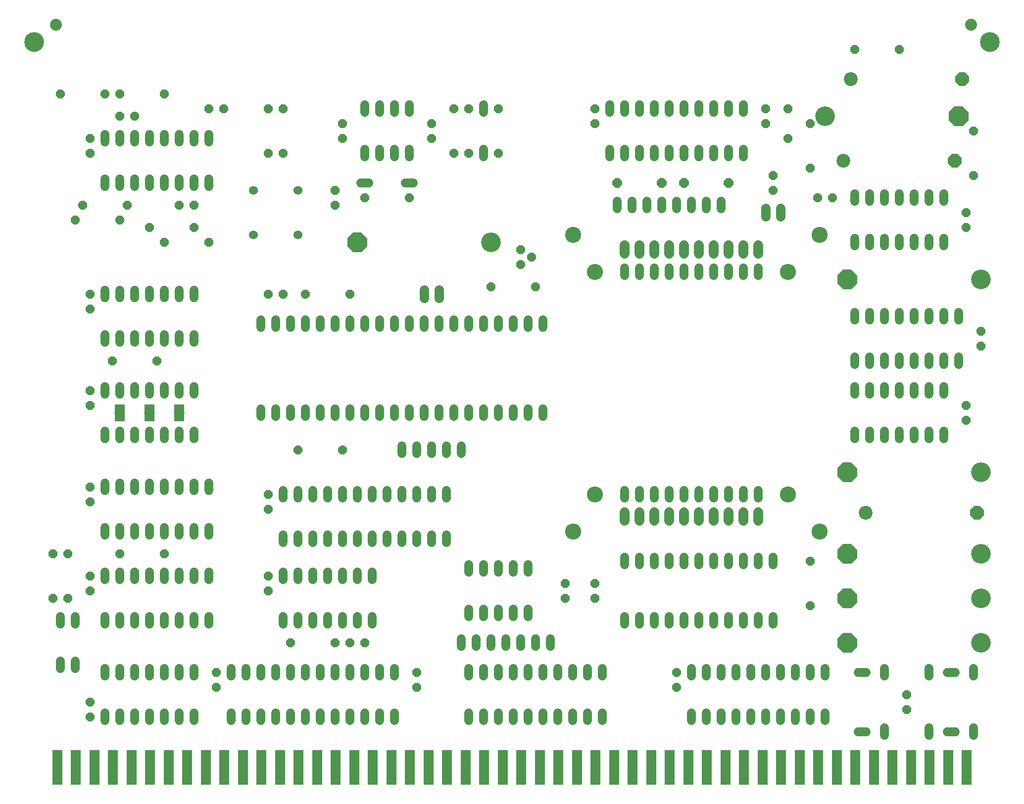
<source format=gbs>
G04 EAGLE Gerber RS-274X export*
G75*
%MOMM*%
%FSLAX34Y34*%
%LPD*%
%INSoldermask Bottom*%
%IPPOS*%
%AMOC8*
5,1,8,0,0,1.08239X$1,22.5*%
G01*
%ADD10C,1.524000*%
%ADD11P,1.649562X8X112.500000*%
%ADD12P,1.649562X8X292.500000*%
%ADD13P,1.649562X8X22.500000*%
%ADD14C,2.743200*%
%ADD15C,1.625600*%
%ADD16P,1.759533X8X22.500000*%
%ADD17P,1.759533X8X202.500000*%
%ADD18P,1.649562X8X202.500000*%
%ADD19C,3.352800*%
%ADD20P,3.629037X8X202.500000*%
%ADD21C,1.524000*%
%ADD22P,3.629037X8X22.500000*%
%ADD23C,1.651000*%
%ADD24R,1.727200X6.045200*%
%ADD25C,3.378200*%
%ADD26C,2.032000*%
%ADD27C,2.362200*%
%ADD28P,2.556822X8X22.500000*%
%ADD29R,1.803400X1.371600*%
%ADD30R,1.828800X0.152400*%


D10*
X-1536700Y6096D02*
X-1536700Y19304D01*
X-1511300Y19304D02*
X-1511300Y6096D01*
X-1384300Y6096D02*
X-1384300Y19304D01*
X-1358900Y19304D02*
X-1358900Y6096D01*
X-1485900Y6096D02*
X-1485900Y19304D01*
X-1460500Y19304D02*
X-1460500Y6096D01*
X-1409700Y6096D02*
X-1409700Y19304D01*
X-1435100Y19304D02*
X-1435100Y6096D01*
X-1333500Y6096D02*
X-1333500Y19304D01*
X-1308100Y19304D02*
X-1308100Y6096D01*
X-1282700Y6096D02*
X-1282700Y19304D01*
X-1257300Y19304D02*
X-1257300Y6096D01*
X-1231900Y6096D02*
X-1231900Y19304D01*
X-1206500Y19304D02*
X-1206500Y6096D01*
X-1181100Y6096D02*
X-1181100Y19304D01*
X-1155700Y19304D02*
X-1155700Y6096D01*
X-1130300Y6096D02*
X-1130300Y19304D01*
X-1104900Y19304D02*
X-1104900Y6096D01*
X-1079500Y6096D02*
X-1079500Y19304D01*
X-1054100Y19304D02*
X-1054100Y6096D01*
X-1054100Y158496D02*
X-1054100Y171704D01*
X-1079500Y171704D02*
X-1079500Y158496D01*
X-1104900Y158496D02*
X-1104900Y171704D01*
X-1130300Y171704D02*
X-1130300Y158496D01*
X-1155700Y158496D02*
X-1155700Y171704D01*
X-1181100Y171704D02*
X-1181100Y158496D01*
X-1206500Y158496D02*
X-1206500Y171704D01*
X-1231900Y171704D02*
X-1231900Y158496D01*
X-1257300Y158496D02*
X-1257300Y171704D01*
X-1282700Y171704D02*
X-1282700Y158496D01*
X-1308100Y158496D02*
X-1308100Y171704D01*
X-1333500Y171704D02*
X-1333500Y158496D01*
X-1358900Y158496D02*
X-1358900Y171704D01*
X-1384300Y171704D02*
X-1384300Y158496D01*
X-1409700Y158496D02*
X-1409700Y171704D01*
X-1435100Y171704D02*
X-1435100Y158496D01*
X-1460500Y158496D02*
X-1460500Y171704D01*
X-1485900Y171704D02*
X-1485900Y158496D01*
X-1511300Y158496D02*
X-1511300Y171704D01*
X-1536700Y171704D02*
X-1536700Y158496D01*
X-914400Y-336296D02*
X-914400Y-349504D01*
X-889000Y-349504D02*
X-889000Y-336296D01*
X-863600Y-336296D02*
X-863600Y-349504D01*
X-838200Y-349504D02*
X-838200Y-336296D01*
X-812800Y-336296D02*
X-812800Y-349504D01*
X-787400Y-349504D02*
X-787400Y-336296D01*
X-762000Y-336296D02*
X-762000Y-349504D01*
X-736600Y-349504D02*
X-736600Y-336296D01*
X-711200Y-336296D02*
X-711200Y-349504D01*
X-685800Y-349504D02*
X-685800Y-336296D01*
X-660400Y-336296D02*
X-660400Y-349504D01*
X-660400Y-247904D02*
X-660400Y-234696D01*
X-685800Y-234696D02*
X-685800Y-247904D01*
X-711200Y-247904D02*
X-711200Y-234696D01*
X-736600Y-234696D02*
X-736600Y-247904D01*
X-762000Y-247904D02*
X-762000Y-234696D01*
X-787400Y-234696D02*
X-787400Y-247904D01*
X-812800Y-247904D02*
X-812800Y-234696D01*
X-838200Y-234696D02*
X-838200Y-247904D01*
X-863600Y-247904D02*
X-863600Y-234696D01*
X-889000Y-234696D02*
X-889000Y-247904D01*
X-914400Y-247904D02*
X-914400Y-234696D01*
X-939800Y450596D02*
X-939800Y463804D01*
X-914400Y463804D02*
X-914400Y450596D01*
X-787400Y450596D02*
X-787400Y463804D01*
X-762000Y463804D02*
X-762000Y450596D01*
X-889000Y450596D02*
X-889000Y463804D01*
X-863600Y463804D02*
X-863600Y450596D01*
X-812800Y450596D02*
X-812800Y463804D01*
X-838200Y463804D02*
X-838200Y450596D01*
X-736600Y450596D02*
X-736600Y463804D01*
X-711200Y463804D02*
X-711200Y450596D01*
X-711200Y526796D02*
X-711200Y540004D01*
X-736600Y540004D02*
X-736600Y526796D01*
X-762000Y526796D02*
X-762000Y540004D01*
X-787400Y540004D02*
X-787400Y526796D01*
X-812800Y526796D02*
X-812800Y540004D01*
X-838200Y540004D02*
X-838200Y526796D01*
X-863600Y526796D02*
X-863600Y540004D01*
X-889000Y540004D02*
X-889000Y526796D01*
X-914400Y526796D02*
X-914400Y540004D01*
X-939800Y540004D02*
X-939800Y526796D01*
D11*
X-1016000Y-304800D03*
X-1016000Y-279400D03*
D12*
X-635000Y533400D03*
X-635000Y482600D03*
D13*
X-520700Y635000D03*
X-444500Y635000D03*
D10*
X-914400Y-120396D02*
X-914400Y-133604D01*
X-889000Y-133604D02*
X-889000Y-120396D01*
X-762000Y-120396D02*
X-762000Y-133604D01*
X-736600Y-133604D02*
X-736600Y-120396D01*
X-863600Y-120396D02*
X-863600Y-133604D01*
X-838200Y-133604D02*
X-838200Y-120396D01*
X-787400Y-120396D02*
X-787400Y-133604D01*
X-812800Y-133604D02*
X-812800Y-120396D01*
X-711200Y-120396D02*
X-711200Y-133604D01*
X-685800Y-133604D02*
X-685800Y-120396D01*
X-685800Y247396D02*
X-685800Y260604D01*
X-711200Y260604D02*
X-711200Y247396D01*
X-736600Y247396D02*
X-736600Y260604D01*
X-762000Y260604D02*
X-762000Y247396D01*
X-787400Y247396D02*
X-787400Y260604D01*
X-812800Y260604D02*
X-812800Y247396D01*
X-838200Y247396D02*
X-838200Y260604D01*
X-863600Y260604D02*
X-863600Y247396D01*
X-889000Y247396D02*
X-889000Y260604D01*
X-914400Y260604D02*
X-914400Y247396D01*
D14*
X-965200Y254000D03*
X-635000Y254000D03*
X-965200Y-127000D03*
X-635000Y-127000D03*
D15*
X-673100Y348488D02*
X-673100Y362712D01*
X-647700Y362712D02*
X-647700Y348488D01*
D11*
X-596900Y-317500D03*
X-596900Y-241300D03*
D16*
X-927100Y406400D03*
X-850900Y406400D03*
D17*
X-736600Y406400D03*
X-812800Y406400D03*
D12*
X-660400Y419100D03*
X-660400Y393700D03*
D11*
X-596900Y431800D03*
X-596900Y508000D03*
X-317500Y419100D03*
X-317500Y495300D03*
D10*
X-927100Y374904D02*
X-927100Y361696D01*
X-901700Y361696D02*
X-901700Y374904D01*
X-876300Y374904D02*
X-876300Y361696D01*
X-850900Y361696D02*
X-850900Y374904D01*
X-825500Y374904D02*
X-825500Y361696D01*
X-800100Y361696D02*
X-800100Y374904D01*
X-774700Y374904D02*
X-774700Y361696D01*
X-749300Y361696D02*
X-749300Y374904D01*
X-520700Y108204D02*
X-520700Y94996D01*
X-495300Y94996D02*
X-495300Y108204D01*
X-368300Y108204D02*
X-368300Y94996D01*
X-342900Y94996D02*
X-342900Y108204D01*
X-469900Y108204D02*
X-469900Y94996D01*
X-444500Y94996D02*
X-444500Y108204D01*
X-393700Y108204D02*
X-393700Y94996D01*
X-419100Y94996D02*
X-419100Y108204D01*
X-342900Y171196D02*
X-342900Y184404D01*
X-368300Y184404D02*
X-368300Y171196D01*
X-393700Y171196D02*
X-393700Y184404D01*
X-419100Y184404D02*
X-419100Y171196D01*
X-444500Y171196D02*
X-444500Y184404D01*
X-469900Y184404D02*
X-469900Y171196D01*
X-495300Y171196D02*
X-495300Y184404D01*
X-520700Y184404D02*
X-520700Y171196D01*
X-520700Y-18796D02*
X-520700Y-32004D01*
X-495300Y-32004D02*
X-495300Y-18796D01*
X-368300Y-18796D02*
X-368300Y-32004D01*
X-368300Y44196D02*
X-368300Y57404D01*
X-469900Y-18796D02*
X-469900Y-32004D01*
X-444500Y-32004D02*
X-444500Y-18796D01*
X-393700Y-18796D02*
X-393700Y-32004D01*
X-419100Y-32004D02*
X-419100Y-18796D01*
X-393700Y44196D02*
X-393700Y57404D01*
X-419100Y57404D02*
X-419100Y44196D01*
X-444500Y44196D02*
X-444500Y57404D01*
X-469900Y57404D02*
X-469900Y44196D01*
X-495300Y44196D02*
X-495300Y57404D01*
X-520700Y57404D02*
X-520700Y44196D01*
X-520700Y298196D02*
X-520700Y311404D01*
X-495300Y311404D02*
X-495300Y298196D01*
X-368300Y298196D02*
X-368300Y311404D01*
X-368300Y374396D02*
X-368300Y387604D01*
X-469900Y311404D02*
X-469900Y298196D01*
X-444500Y298196D02*
X-444500Y311404D01*
X-393700Y311404D02*
X-393700Y298196D01*
X-419100Y298196D02*
X-419100Y311404D01*
X-393700Y374396D02*
X-393700Y387604D01*
X-419100Y387604D02*
X-419100Y374396D01*
X-444500Y374396D02*
X-444500Y387604D01*
X-469900Y387604D02*
X-469900Y374396D01*
X-495300Y374396D02*
X-495300Y387604D01*
X-520700Y387604D02*
X-520700Y374396D01*
D18*
X-1066800Y228600D03*
X-1143000Y228600D03*
D10*
X-1358900Y450596D02*
X-1358900Y463804D01*
X-1333500Y463804D02*
X-1333500Y450596D01*
X-1308100Y450596D02*
X-1308100Y463804D01*
X-1282700Y463804D02*
X-1282700Y450596D01*
X-1282700Y526796D02*
X-1282700Y540004D01*
X-1308100Y540004D02*
X-1308100Y526796D01*
X-1333500Y526796D02*
X-1333500Y540004D01*
X-1358900Y540004D02*
X-1358900Y526796D01*
D12*
X-1181100Y533400D03*
X-1181100Y457200D03*
X-1206500Y533400D03*
X-1206500Y457200D03*
D10*
X-1155700Y450596D02*
X-1155700Y463804D01*
X-1155700Y526796D02*
X-1155700Y540004D01*
D18*
X-1282700Y381000D03*
X-1358900Y381000D03*
D10*
X-1289304Y406400D02*
X-1276096Y406400D01*
X-1352296Y406400D02*
X-1365504Y406400D01*
D12*
X-1130300Y533400D03*
X-1130300Y457200D03*
D11*
X-1244600Y482600D03*
X-1244600Y508000D03*
D12*
X-1409700Y393700D03*
X-1409700Y368300D03*
D18*
X-1397000Y-50800D03*
X-1473200Y-50800D03*
D12*
X-1092200Y266700D03*
X-1073150Y279400D03*
X-1092200Y292100D03*
X-673100Y533400D03*
X-673100Y508000D03*
D19*
X-304800Y-228600D03*
D20*
X-533400Y-228600D03*
D18*
X-558800Y381000D03*
X-584200Y381000D03*
D12*
X-304800Y152400D03*
X-304800Y127000D03*
D21*
X-1549400Y393700D03*
X-1549400Y317500D03*
X-1473200Y317500D03*
X-1473200Y393700D03*
D18*
X-1498600Y457200D03*
X-1524000Y457200D03*
D13*
X-1524000Y215900D03*
X-1498600Y215900D03*
D12*
X-1397000Y508000D03*
X-1397000Y482600D03*
X-965200Y533400D03*
X-965200Y508000D03*
D19*
X-1143000Y304800D03*
D20*
X-1371600Y304800D03*
D19*
X-304800Y-381000D03*
D20*
X-533400Y-381000D03*
D19*
X-571500Y520700D03*
D22*
X-342900Y520700D03*
D19*
X-304800Y241300D03*
D20*
X-533400Y241300D03*
D19*
X-304800Y-88900D03*
D20*
X-533400Y-88900D03*
D11*
X-330200Y0D03*
X-330200Y25400D03*
X-330200Y330200D03*
X-330200Y355600D03*
D19*
X-304800Y-304800D03*
D20*
X-533400Y-304800D03*
D12*
X-965200Y-279400D03*
X-965200Y-304800D03*
D15*
X-1257300Y208788D02*
X-1257300Y223012D01*
X-1231900Y223012D02*
X-1231900Y208788D01*
D18*
X-1384300Y215900D03*
X-1460500Y215900D03*
D23*
X-914400Y-157861D02*
X-914400Y-172339D01*
X-889000Y-172339D02*
X-889000Y-157861D01*
X-762000Y-157861D02*
X-762000Y-172339D01*
X-736600Y-172339D02*
X-736600Y-157861D01*
X-863600Y-157861D02*
X-863600Y-172339D01*
X-838200Y-172339D02*
X-838200Y-157861D01*
X-787400Y-157861D02*
X-787400Y-172339D01*
X-812800Y-172339D02*
X-812800Y-157861D01*
X-711200Y-157861D02*
X-711200Y-172339D01*
X-685800Y-172339D02*
X-685800Y-157861D01*
X-685800Y284861D02*
X-685800Y299339D01*
X-711200Y299339D02*
X-711200Y284861D01*
X-736600Y284861D02*
X-736600Y299339D01*
X-762000Y299339D02*
X-762000Y284861D01*
X-787400Y284861D02*
X-787400Y299339D01*
X-812800Y299339D02*
X-812800Y284861D01*
X-838200Y284861D02*
X-838200Y299339D01*
X-863600Y299339D02*
X-863600Y284861D01*
X-889000Y284861D02*
X-889000Y299339D01*
X-914400Y299339D02*
X-914400Y284861D01*
D14*
X-1002030Y317500D03*
X-580390Y317500D03*
X-1002030Y-190500D03*
X-580390Y-190500D03*
D11*
X-431800Y-495300D03*
X-431800Y-469900D03*
D10*
X-393700Y-438404D02*
X-393700Y-425196D01*
X-393700Y-526796D02*
X-393700Y-540004D01*
X-469900Y-438404D02*
X-469900Y-425196D01*
X-469900Y-526796D02*
X-469900Y-540004D01*
X-317500Y-540004D02*
X-317500Y-526796D01*
X-317500Y-438404D02*
X-317500Y-425196D01*
D24*
X-1122680Y-594360D03*
X-1154430Y-594360D03*
X-1186180Y-594360D03*
X-1217930Y-594360D03*
X-1249680Y-594360D03*
X-1281430Y-594360D03*
X-1313180Y-594360D03*
X-1344930Y-594360D03*
X-1376680Y-594360D03*
X-1408430Y-594360D03*
X-1440180Y-594360D03*
X-1471930Y-594360D03*
X-1503680Y-594360D03*
X-1535430Y-594360D03*
X-1567180Y-594360D03*
X-1598930Y-594360D03*
X-1630680Y-594360D03*
X-1662430Y-594360D03*
X-1694180Y-594360D03*
X-1725930Y-594360D03*
X-1757680Y-594360D03*
X-1789430Y-594360D03*
X-1821180Y-594360D03*
X-1852930Y-594360D03*
X-1884680Y-594360D03*
X-1090930Y-594360D03*
X-1059180Y-594360D03*
X-1027430Y-594360D03*
X-995680Y-594360D03*
X-963930Y-594360D03*
X-932180Y-594360D03*
X-900430Y-594360D03*
X-868680Y-594360D03*
X-836930Y-594360D03*
X-805180Y-594360D03*
X-773430Y-594360D03*
X-741680Y-594360D03*
X-709930Y-594360D03*
X-678180Y-594360D03*
X-646430Y-594360D03*
X-614680Y-594360D03*
X-582930Y-594360D03*
X-551180Y-594360D03*
X-519430Y-594360D03*
X-487680Y-594360D03*
X-455930Y-594360D03*
X-424180Y-594360D03*
X-392430Y-594360D03*
X-360680Y-594360D03*
X-328930Y-594360D03*
D25*
X-1924050Y647700D03*
X-289560Y647700D03*
D26*
X-1887220Y676910D03*
X-321310Y676910D03*
D10*
X-501396Y-533400D02*
X-514604Y-533400D01*
X-514604Y-431800D02*
X-501396Y-431800D01*
X-362204Y-533400D02*
X-348996Y-533400D01*
X-348996Y-431800D02*
X-362204Y-431800D01*
X-1181100Y-501396D02*
X-1181100Y-514604D01*
X-1155700Y-514604D02*
X-1155700Y-501396D01*
X-1028700Y-501396D02*
X-1028700Y-514604D01*
X-1003300Y-514604D02*
X-1003300Y-501396D01*
X-1130300Y-501396D02*
X-1130300Y-514604D01*
X-1104900Y-514604D02*
X-1104900Y-501396D01*
X-1054100Y-501396D02*
X-1054100Y-514604D01*
X-1079500Y-514604D02*
X-1079500Y-501396D01*
X-977900Y-501396D02*
X-977900Y-514604D01*
X-952500Y-514604D02*
X-952500Y-501396D01*
X-952500Y-438404D02*
X-952500Y-425196D01*
X-977900Y-425196D02*
X-977900Y-438404D01*
X-1003300Y-438404D02*
X-1003300Y-425196D01*
X-1028700Y-425196D02*
X-1028700Y-438404D01*
X-1054100Y-438404D02*
X-1054100Y-425196D01*
X-1079500Y-425196D02*
X-1079500Y-438404D01*
X-1104900Y-438404D02*
X-1104900Y-425196D01*
X-1130300Y-425196D02*
X-1130300Y-438404D01*
X-1155700Y-438404D02*
X-1155700Y-425196D01*
X-1181100Y-425196D02*
X-1181100Y-438404D01*
X-1193800Y-387604D02*
X-1193800Y-374396D01*
X-1168400Y-374396D02*
X-1168400Y-387604D01*
X-1143000Y-387604D02*
X-1143000Y-374396D01*
X-1117600Y-374396D02*
X-1117600Y-387604D01*
X-1092200Y-387604D02*
X-1092200Y-374396D01*
X-1066800Y-374396D02*
X-1066800Y-387604D01*
X-1041400Y-387604D02*
X-1041400Y-374396D01*
X-1498600Y-209804D02*
X-1498600Y-196596D01*
X-1473200Y-196596D02*
X-1473200Y-209804D01*
X-1447800Y-209804D02*
X-1447800Y-196596D01*
X-1422400Y-196596D02*
X-1422400Y-209804D01*
X-1397000Y-209804D02*
X-1397000Y-196596D01*
X-1371600Y-196596D02*
X-1371600Y-209804D01*
X-1346200Y-209804D02*
X-1346200Y-196596D01*
X-1320800Y-196596D02*
X-1320800Y-209804D01*
X-1295400Y-209804D02*
X-1295400Y-196596D01*
X-1270000Y-196596D02*
X-1270000Y-209804D01*
X-1244600Y-209804D02*
X-1244600Y-196596D01*
X-1219200Y-196596D02*
X-1219200Y-209804D01*
X-1219200Y-133604D02*
X-1219200Y-120396D01*
X-1244600Y-120396D02*
X-1244600Y-133604D01*
X-1270000Y-133604D02*
X-1270000Y-120396D01*
X-1295400Y-120396D02*
X-1295400Y-133604D01*
X-1320800Y-133604D02*
X-1320800Y-120396D01*
X-1346200Y-120396D02*
X-1346200Y-133604D01*
X-1371600Y-133604D02*
X-1371600Y-120396D01*
X-1397000Y-120396D02*
X-1397000Y-133604D01*
X-1422400Y-133604D02*
X-1422400Y-120396D01*
X-1447800Y-120396D02*
X-1447800Y-133604D01*
X-1473200Y-133604D02*
X-1473200Y-120396D01*
X-1498600Y-120396D02*
X-1498600Y-133604D01*
X-1587500Y-501396D02*
X-1587500Y-514604D01*
X-1562100Y-514604D02*
X-1562100Y-501396D01*
X-1536700Y-501396D02*
X-1536700Y-514604D01*
X-1511300Y-514604D02*
X-1511300Y-501396D01*
X-1485900Y-501396D02*
X-1485900Y-514604D01*
X-1460500Y-514604D02*
X-1460500Y-501396D01*
X-1435100Y-501396D02*
X-1435100Y-514604D01*
X-1409700Y-514604D02*
X-1409700Y-501396D01*
X-1384300Y-501396D02*
X-1384300Y-514604D01*
X-1358900Y-514604D02*
X-1358900Y-501396D01*
X-1333500Y-501396D02*
X-1333500Y-514604D01*
X-1308100Y-514604D02*
X-1308100Y-501396D01*
X-1308100Y-438404D02*
X-1308100Y-425196D01*
X-1333500Y-425196D02*
X-1333500Y-438404D01*
X-1358900Y-438404D02*
X-1358900Y-425196D01*
X-1384300Y-425196D02*
X-1384300Y-438404D01*
X-1409700Y-438404D02*
X-1409700Y-425196D01*
X-1435100Y-425196D02*
X-1435100Y-438404D01*
X-1460500Y-438404D02*
X-1460500Y-425196D01*
X-1485900Y-425196D02*
X-1485900Y-438404D01*
X-1511300Y-438404D02*
X-1511300Y-425196D01*
X-1536700Y-425196D02*
X-1536700Y-438404D01*
X-1562100Y-438404D02*
X-1562100Y-425196D01*
X-1587500Y-425196D02*
X-1587500Y-438404D01*
X-1803400Y-501396D02*
X-1803400Y-514604D01*
X-1778000Y-514604D02*
X-1778000Y-501396D01*
X-1651000Y-501396D02*
X-1651000Y-514604D01*
X-1651000Y-438404D02*
X-1651000Y-425196D01*
X-1752600Y-501396D02*
X-1752600Y-514604D01*
X-1727200Y-514604D02*
X-1727200Y-501396D01*
X-1676400Y-501396D02*
X-1676400Y-514604D01*
X-1701800Y-514604D02*
X-1701800Y-501396D01*
X-1676400Y-438404D02*
X-1676400Y-425196D01*
X-1701800Y-425196D02*
X-1701800Y-438404D01*
X-1727200Y-438404D02*
X-1727200Y-425196D01*
X-1752600Y-425196D02*
X-1752600Y-438404D01*
X-1778000Y-438404D02*
X-1778000Y-425196D01*
X-1803400Y-425196D02*
X-1803400Y-438404D01*
X-800100Y-501396D02*
X-800100Y-514604D01*
X-774700Y-514604D02*
X-774700Y-501396D01*
X-647700Y-501396D02*
X-647700Y-514604D01*
X-622300Y-514604D02*
X-622300Y-501396D01*
X-749300Y-501396D02*
X-749300Y-514604D01*
X-723900Y-514604D02*
X-723900Y-501396D01*
X-673100Y-501396D02*
X-673100Y-514604D01*
X-698500Y-514604D02*
X-698500Y-501396D01*
X-596900Y-501396D02*
X-596900Y-514604D01*
X-571500Y-514604D02*
X-571500Y-501396D01*
X-571500Y-438404D02*
X-571500Y-425196D01*
X-596900Y-425196D02*
X-596900Y-438404D01*
X-622300Y-438404D02*
X-622300Y-425196D01*
X-647700Y-425196D02*
X-647700Y-438404D01*
X-673100Y-438404D02*
X-673100Y-425196D01*
X-698500Y-425196D02*
X-698500Y-438404D01*
X-723900Y-438404D02*
X-723900Y-425196D01*
X-749300Y-425196D02*
X-749300Y-438404D01*
X-774700Y-438404D02*
X-774700Y-425196D01*
X-800100Y-425196D02*
X-800100Y-438404D01*
X-1803400Y-197104D02*
X-1803400Y-183896D01*
X-1778000Y-183896D02*
X-1778000Y-197104D01*
X-1651000Y-197104D02*
X-1651000Y-183896D01*
X-1625600Y-183896D02*
X-1625600Y-197104D01*
X-1752600Y-197104D02*
X-1752600Y-183896D01*
X-1727200Y-183896D02*
X-1727200Y-197104D01*
X-1676400Y-197104D02*
X-1676400Y-183896D01*
X-1701800Y-183896D02*
X-1701800Y-197104D01*
X-1625600Y-120904D02*
X-1625600Y-107696D01*
X-1651000Y-107696D02*
X-1651000Y-120904D01*
X-1676400Y-120904D02*
X-1676400Y-107696D01*
X-1701800Y-107696D02*
X-1701800Y-120904D01*
X-1727200Y-120904D02*
X-1727200Y-107696D01*
X-1752600Y-107696D02*
X-1752600Y-120904D01*
X-1778000Y-120904D02*
X-1778000Y-107696D01*
X-1803400Y-107696D02*
X-1803400Y-120904D01*
D18*
X-1701800Y-228600D03*
X-1778000Y-228600D03*
D10*
X-1803400Y-32004D02*
X-1803400Y-18796D01*
X-1778000Y-18796D02*
X-1778000Y-32004D01*
X-1651000Y-32004D02*
X-1651000Y-18796D01*
X-1651000Y44196D02*
X-1651000Y57404D01*
X-1752600Y-18796D02*
X-1752600Y-32004D01*
X-1727200Y-32004D02*
X-1727200Y-18796D01*
X-1676400Y-18796D02*
X-1676400Y-32004D01*
X-1701800Y-32004D02*
X-1701800Y-18796D01*
X-1676400Y44196D02*
X-1676400Y57404D01*
X-1701800Y57404D02*
X-1701800Y44196D01*
X-1727200Y44196D02*
X-1727200Y57404D01*
X-1752600Y57404D02*
X-1752600Y44196D01*
X-1778000Y44196D02*
X-1778000Y57404D01*
X-1803400Y57404D02*
X-1803400Y44196D01*
X-1803400Y133096D02*
X-1803400Y146304D01*
X-1778000Y146304D02*
X-1778000Y133096D01*
X-1651000Y133096D02*
X-1651000Y146304D01*
X-1651000Y209296D02*
X-1651000Y222504D01*
X-1752600Y146304D02*
X-1752600Y133096D01*
X-1727200Y133096D02*
X-1727200Y146304D01*
X-1676400Y146304D02*
X-1676400Y133096D01*
X-1701800Y133096D02*
X-1701800Y146304D01*
X-1676400Y209296D02*
X-1676400Y222504D01*
X-1701800Y222504D02*
X-1701800Y209296D01*
X-1727200Y209296D02*
X-1727200Y222504D01*
X-1752600Y222504D02*
X-1752600Y209296D01*
X-1778000Y209296D02*
X-1778000Y222504D01*
X-1803400Y222504D02*
X-1803400Y209296D01*
D18*
X-1714500Y101600D03*
X-1790700Y101600D03*
D10*
X-1803400Y-336296D02*
X-1803400Y-349504D01*
X-1778000Y-349504D02*
X-1778000Y-336296D01*
X-1651000Y-336296D02*
X-1651000Y-349504D01*
X-1625600Y-349504D02*
X-1625600Y-336296D01*
X-1752600Y-336296D02*
X-1752600Y-349504D01*
X-1727200Y-349504D02*
X-1727200Y-336296D01*
X-1676400Y-336296D02*
X-1676400Y-349504D01*
X-1701800Y-349504D02*
X-1701800Y-336296D01*
X-1625600Y-273304D02*
X-1625600Y-260096D01*
X-1651000Y-260096D02*
X-1651000Y-273304D01*
X-1676400Y-273304D02*
X-1676400Y-260096D01*
X-1701800Y-260096D02*
X-1701800Y-273304D01*
X-1727200Y-273304D02*
X-1727200Y-260096D01*
X-1752600Y-260096D02*
X-1752600Y-273304D01*
X-1778000Y-273304D02*
X-1778000Y-260096D01*
X-1803400Y-260096D02*
X-1803400Y-273304D01*
X-1879600Y-412496D02*
X-1879600Y-425704D01*
X-1854200Y-425704D02*
X-1854200Y-412496D01*
X-1854200Y-349504D02*
X-1854200Y-336296D01*
X-1879600Y-336296D02*
X-1879600Y-349504D01*
D12*
X-1866900Y-228600D03*
X-1866900Y-304800D03*
X-1892300Y-228600D03*
X-1892300Y-304800D03*
D10*
X-1498600Y-336296D02*
X-1498600Y-349504D01*
X-1473200Y-349504D02*
X-1473200Y-336296D01*
X-1346200Y-336296D02*
X-1346200Y-349504D01*
X-1346200Y-273304D02*
X-1346200Y-260096D01*
X-1447800Y-336296D02*
X-1447800Y-349504D01*
X-1422400Y-349504D02*
X-1422400Y-336296D01*
X-1371600Y-336296D02*
X-1371600Y-349504D01*
X-1397000Y-349504D02*
X-1397000Y-336296D01*
X-1371600Y-273304D02*
X-1371600Y-260096D01*
X-1397000Y-260096D02*
X-1397000Y-273304D01*
X-1422400Y-273304D02*
X-1422400Y-260096D01*
X-1447800Y-260096D02*
X-1447800Y-273304D01*
X-1473200Y-273304D02*
X-1473200Y-260096D01*
X-1498600Y-260096D02*
X-1498600Y-273304D01*
D13*
X-1485900Y-381000D03*
X-1409700Y-381000D03*
X-1384300Y-381000D03*
X-1358900Y-381000D03*
D10*
X-1295400Y-57404D02*
X-1295400Y-44196D01*
X-1270000Y-44196D02*
X-1270000Y-57404D01*
X-1244600Y-57404D02*
X-1244600Y-44196D01*
X-1219200Y-44196D02*
X-1219200Y-57404D01*
X-1193800Y-57404D02*
X-1193800Y-44196D01*
D12*
X-1828800Y-482600D03*
X-1828800Y-508000D03*
X-1828800Y-266700D03*
X-1828800Y-292100D03*
X-1828800Y-114300D03*
X-1828800Y-139700D03*
X-1828800Y50800D03*
X-1828800Y25400D03*
X-1828800Y215900D03*
X-1828800Y190500D03*
X-1828800Y482600D03*
X-1828800Y457200D03*
X-1524000Y-127000D03*
X-1524000Y-152400D03*
X-1612900Y-431800D03*
X-1612900Y-457200D03*
X-1524000Y-266700D03*
X-1524000Y-292100D03*
X-1270000Y-431800D03*
X-1270000Y-457200D03*
X-825500Y-431800D03*
X-825500Y-457200D03*
D27*
X-527050Y584200D03*
D28*
X-336550Y584200D03*
D27*
X-539750Y444500D03*
D28*
X-349250Y444500D03*
D27*
X-501650Y-158750D03*
D28*
X-311150Y-158750D03*
D29*
X-1676400Y5080D03*
X-1676400Y20320D03*
D30*
X-1676400Y12700D03*
D29*
X-1727200Y5080D03*
X-1727200Y20320D03*
D30*
X-1727200Y12700D03*
D29*
X-1778000Y5080D03*
X-1778000Y20320D03*
D30*
X-1778000Y12700D03*
D18*
X-1498600Y533400D03*
X-1524000Y533400D03*
X-1600200Y533400D03*
X-1625600Y533400D03*
D10*
X-1803400Y413004D02*
X-1803400Y399796D01*
X-1778000Y399796D02*
X-1778000Y413004D01*
X-1651000Y413004D02*
X-1651000Y399796D01*
X-1625600Y399796D02*
X-1625600Y413004D01*
X-1752600Y413004D02*
X-1752600Y399796D01*
X-1727200Y399796D02*
X-1727200Y413004D01*
X-1676400Y413004D02*
X-1676400Y399796D01*
X-1701800Y399796D02*
X-1701800Y413004D01*
X-1625600Y475996D02*
X-1625600Y489204D01*
X-1651000Y489204D02*
X-1651000Y475996D01*
X-1676400Y475996D02*
X-1676400Y489204D01*
X-1701800Y489204D02*
X-1701800Y475996D01*
X-1727200Y475996D02*
X-1727200Y489204D01*
X-1752600Y489204D02*
X-1752600Y475996D01*
X-1778000Y475996D02*
X-1778000Y489204D01*
X-1803400Y489204D02*
X-1803400Y475996D01*
D18*
X-1778000Y342900D03*
X-1854200Y342900D03*
D13*
X-1778000Y520700D03*
X-1752600Y520700D03*
D18*
X-1765300Y368300D03*
X-1841500Y368300D03*
D13*
X-1778000Y558800D03*
X-1701800Y558800D03*
D18*
X-1625600Y304800D03*
X-1701800Y304800D03*
X-1651000Y368300D03*
X-1676400Y368300D03*
X-1651000Y330200D03*
X-1727200Y330200D03*
D13*
X-1879600Y558800D03*
X-1803400Y558800D03*
D10*
X-1181100Y-323596D02*
X-1181100Y-336804D01*
X-1155700Y-336804D02*
X-1155700Y-323596D01*
X-1104900Y-260604D02*
X-1104900Y-247396D01*
X-1130300Y-247396D02*
X-1130300Y-260604D01*
X-1130300Y-323596D02*
X-1130300Y-336804D01*
X-1104900Y-336804D02*
X-1104900Y-323596D01*
X-1079500Y-260604D02*
X-1079500Y-247396D01*
X-1079500Y-323596D02*
X-1079500Y-336804D01*
X-1155700Y-260604D02*
X-1155700Y-247396D01*
X-1181100Y-247396D02*
X-1181100Y-260604D01*
M02*

</source>
